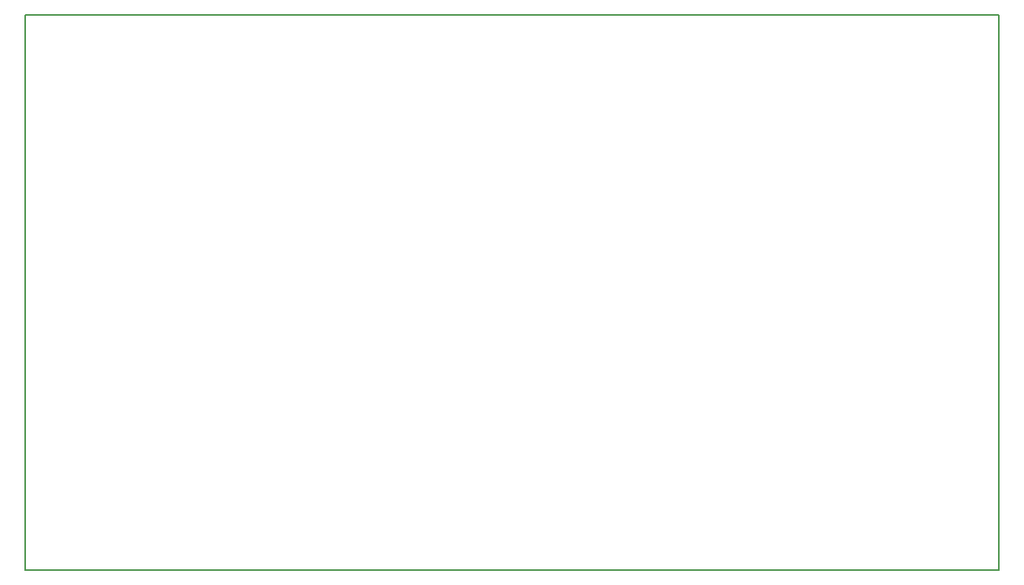
<source format=gm1>
G04 MADE WITH FRITZING*
G04 WWW.FRITZING.ORG*
G04 DOUBLE SIDED*
G04 HOLES PLATED*
G04 CONTOUR ON CENTER OF CONTOUR VECTOR*
%ASAXBY*%
%FSLAX23Y23*%
%MOIN*%
%OFA0B0*%
%SFA1.0B1.0*%
%ADD10R,4.133870X2.362200*%
%ADD11C,0.008000*%
%ADD10C,0.008*%
%LNCONTOUR*%
G90*
G70*
G54D10*
G54D11*
X4Y2358D02*
X4130Y2358D01*
X4130Y4D01*
X4Y4D01*
X4Y2358D01*
D02*
G04 End of contour*
M02*
</source>
